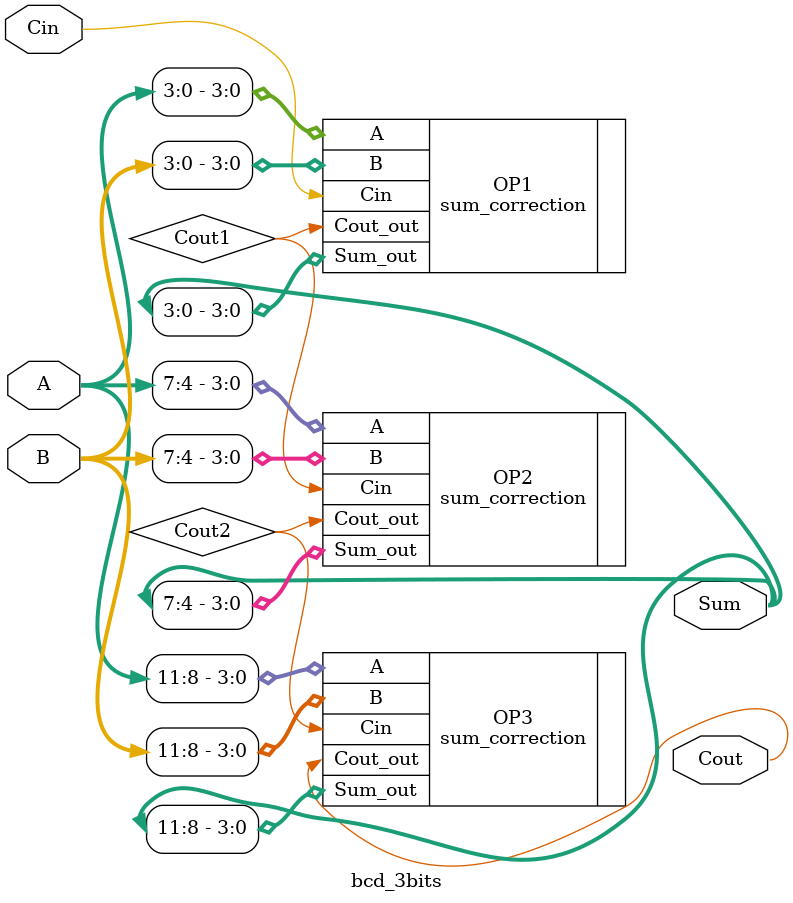
<source format=v>
module bcd_3bits (
input [11:0] A,B,
input Cin,
output Cout,
output [11:0]Sum);


wire Cout1,Cout2;


sum_correction OP3(.A(A[11:8]),.B(B[11:8]),.Cin(Cout2),.Cout_out(Cout),.Sum_out(Sum[11:8]));
sum_correction OP2(.A(A[7:4]),.B(B[7:4]),.Cin(Cout1),.Cout_out(Cout2),.Sum_out(Sum[7:4]));
sum_correction OP1(.A(A[3:0]),.B(B[3:0]),.Cin(Cin),.Cout_out(Cout1),.Sum_out(Sum[3:0]));




endmodule
</source>
